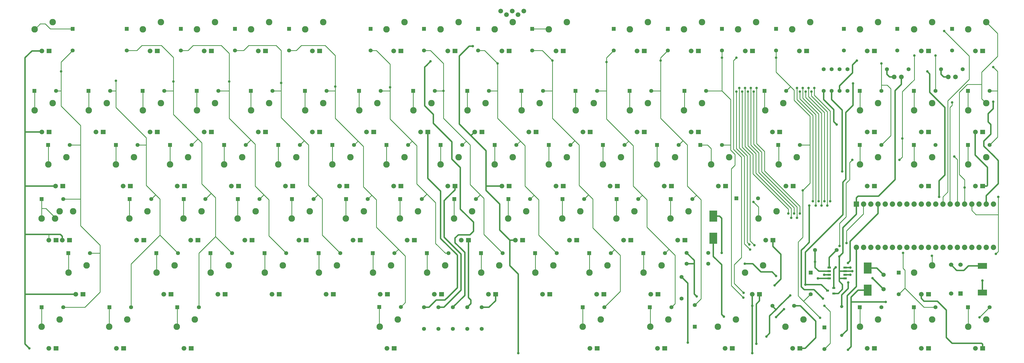
<source format=gbl>
G04 (created by PCBNEW (2013-04-19 BZR 4011)-stable) date 14/07/2013 10:02:36 PM*
%MOIN*%
G04 Gerber Fmt 3.4, Leading zero omitted, Abs format*
%FSLAX34Y34*%
G01*
G70*
G90*
G04 APERTURE LIST*
%ADD10C,0*%
%ADD11C,0.09*%
%ADD12R,0.066X0.059*%
%ADD13C,0.066*%
%ADD14C,0.074*%
%ADD15R,0.074X0.074*%
%ADD16C,0.055*%
%ADD17R,0.055X0.055*%
%ADD18R,0.05X0.025*%
%ADD19R,0.1063X0.1575*%
%ADD20R,0.0394X0.0315*%
%ADD21C,0.06*%
%ADD22R,0.06X0.06*%
%ADD23C,0.0591*%
%ADD24R,0.125984X0.0787402*%
%ADD25C,0.045*%
%ADD26C,0.035*%
%ADD27C,0.01*%
%ADD28C,0.02*%
G04 APERTURE END LIST*
G54D10*
G54D11*
X110072Y-42095D03*
X107572Y-43095D03*
G54D12*
X109572Y-46095D03*
G54D13*
X108572Y-46095D03*
X128260Y-15970D03*
X129260Y-15970D03*
X135760Y-15970D03*
X136760Y-15970D03*
G54D14*
X123010Y-39595D03*
X124010Y-39595D03*
X125010Y-39595D03*
X126010Y-39595D03*
X127010Y-39595D03*
X128010Y-39595D03*
X129010Y-39595D03*
X130010Y-39595D03*
X131010Y-39595D03*
X132010Y-39595D03*
X133010Y-39595D03*
X134010Y-39595D03*
X135010Y-39595D03*
X136010Y-39595D03*
X137010Y-39595D03*
X138010Y-39595D03*
X139010Y-39595D03*
X140010Y-39595D03*
X141010Y-39595D03*
X142010Y-39595D03*
X142010Y-33595D03*
X141010Y-33595D03*
X140010Y-33595D03*
X139010Y-33595D03*
X138010Y-33595D03*
X137010Y-33595D03*
X136010Y-33595D03*
X135010Y-33595D03*
X134010Y-33595D03*
X133010Y-33595D03*
X132010Y-33595D03*
X131010Y-33595D03*
X130010Y-33595D03*
X129010Y-33595D03*
X128010Y-33595D03*
X127010Y-33595D03*
X126010Y-33595D03*
X125010Y-33595D03*
X124010Y-33595D03*
G54D15*
X123010Y-33595D03*
G54D16*
X65100Y-50900D03*
X65100Y-47900D03*
X69100Y-50900D03*
X69100Y-47900D03*
X71100Y-50900D03*
X71100Y-47900D03*
X111400Y-47700D03*
X114400Y-47700D03*
X118500Y-14900D03*
X118500Y-17900D03*
X119600Y-14900D03*
X119600Y-17900D03*
X120700Y-14900D03*
X120700Y-17900D03*
X98800Y-43700D03*
X98800Y-46700D03*
X121800Y-14900D03*
X121800Y-17900D03*
G54D11*
X11635Y-19595D03*
X9135Y-20595D03*
G54D12*
X11135Y-23595D03*
G54D13*
X10135Y-23595D03*
G54D11*
X141010Y-49595D03*
X138510Y-50595D03*
G54D12*
X140510Y-53595D03*
G54D13*
X139510Y-53595D03*
G54D11*
X133510Y-27095D03*
X131010Y-28095D03*
G54D12*
X133010Y-31095D03*
G54D13*
X132010Y-31095D03*
G54D11*
X109135Y-8345D03*
X106635Y-9345D03*
G54D12*
X108635Y-12345D03*
G54D13*
X107635Y-12345D03*
G54D11*
X105385Y-27095D03*
X102885Y-28095D03*
G54D12*
X104885Y-31095D03*
G54D13*
X103885Y-31095D03*
G54D11*
X101635Y-19595D03*
X99135Y-20595D03*
G54D12*
X101135Y-23595D03*
G54D13*
X100135Y-23595D03*
G54D11*
X126010Y-8345D03*
X123510Y-9345D03*
G54D12*
X125510Y-12345D03*
G54D13*
X124510Y-12345D03*
G54D11*
X133510Y-19595D03*
X131010Y-20595D03*
G54D12*
X133010Y-23595D03*
G54D13*
X132010Y-23595D03*
G54D11*
X99760Y-34595D03*
X97260Y-35595D03*
G54D12*
X99260Y-38595D03*
G54D13*
X98260Y-38595D03*
G54D11*
X79135Y-19595D03*
X76635Y-20595D03*
G54D12*
X78635Y-23595D03*
G54D13*
X77635Y-23595D03*
G54D11*
X126010Y-27095D03*
X123510Y-28095D03*
G54D12*
X125510Y-31095D03*
G54D13*
X124510Y-31095D03*
G54D11*
X133510Y-8345D03*
X131010Y-9345D03*
G54D12*
X133010Y-12345D03*
G54D13*
X132010Y-12345D03*
G54D11*
X116635Y-8345D03*
X114135Y-9345D03*
G54D12*
X116135Y-12345D03*
G54D13*
X115135Y-12345D03*
G54D11*
X36010Y-42095D03*
X33510Y-43095D03*
G54D12*
X35510Y-46095D03*
G54D13*
X34510Y-46095D03*
G54D11*
X60385Y-27095D03*
X57885Y-28095D03*
G54D12*
X59885Y-31095D03*
G54D13*
X58885Y-31095D03*
G54D11*
X56635Y-19595D03*
X54135Y-20595D03*
G54D12*
X56135Y-23595D03*
G54D13*
X55135Y-23595D03*
G54D11*
X49135Y-8345D03*
X46635Y-9345D03*
G54D12*
X48635Y-12345D03*
G54D13*
X47635Y-12345D03*
G54D11*
X51010Y-42095D03*
X48510Y-43095D03*
G54D12*
X50510Y-46095D03*
G54D13*
X49510Y-46095D03*
G54D11*
X47260Y-34595D03*
X44760Y-35595D03*
G54D12*
X46760Y-38595D03*
G54D13*
X45760Y-38595D03*
G54D11*
X52885Y-27095D03*
X50385Y-28095D03*
G54D12*
X52385Y-31095D03*
G54D13*
X51385Y-31095D03*
G54D11*
X49135Y-19595D03*
X46635Y-20595D03*
G54D12*
X48635Y-23595D03*
G54D13*
X47635Y-23595D03*
G54D11*
X41635Y-8345D03*
X39135Y-9345D03*
G54D12*
X41135Y-12345D03*
G54D13*
X40135Y-12345D03*
G54D11*
X43510Y-42095D03*
X41010Y-43095D03*
G54D12*
X43010Y-46095D03*
G54D13*
X42010Y-46095D03*
G54D11*
X39760Y-34595D03*
X37260Y-35595D03*
G54D12*
X39260Y-38595D03*
G54D13*
X38260Y-38595D03*
G54D11*
X45385Y-27095D03*
X42885Y-28095D03*
G54D12*
X44885Y-31095D03*
G54D13*
X43885Y-31095D03*
G54D11*
X41635Y-19595D03*
X39135Y-20595D03*
G54D12*
X41135Y-23595D03*
G54D13*
X40135Y-23595D03*
G54D11*
X34135Y-8345D03*
X31635Y-9345D03*
G54D12*
X33635Y-12345D03*
G54D13*
X32635Y-12345D03*
G54D11*
X101635Y-8345D03*
X99135Y-9345D03*
G54D12*
X101135Y-12345D03*
G54D13*
X100135Y-12345D03*
G54D11*
X32260Y-34595D03*
X29760Y-35595D03*
G54D12*
X31760Y-38595D03*
G54D13*
X30760Y-38595D03*
G54D11*
X37885Y-27095D03*
X35385Y-28095D03*
G54D12*
X37385Y-31095D03*
G54D13*
X36385Y-31095D03*
G54D11*
X34135Y-19595D03*
X31635Y-20595D03*
G54D12*
X33635Y-23595D03*
G54D13*
X32635Y-23595D03*
G54D11*
X26635Y-8345D03*
X24135Y-9345D03*
G54D12*
X26135Y-12345D03*
G54D13*
X25135Y-12345D03*
G54D11*
X28510Y-42095D03*
X26010Y-43095D03*
G54D12*
X28010Y-46095D03*
G54D13*
X27010Y-46095D03*
G54D11*
X24760Y-34595D03*
X22260Y-35595D03*
G54D12*
X24260Y-38595D03*
G54D13*
X23260Y-38595D03*
G54D11*
X30385Y-27095D03*
X27885Y-28095D03*
G54D12*
X29885Y-31095D03*
G54D13*
X28885Y-31095D03*
G54D11*
X26635Y-19595D03*
X24135Y-20595D03*
G54D12*
X26135Y-23595D03*
G54D13*
X25135Y-23595D03*
G54D11*
X22885Y-27095D03*
X20385Y-28095D03*
G54D12*
X22385Y-31095D03*
G54D13*
X21385Y-31095D03*
G54D11*
X19135Y-19595D03*
X16635Y-20595D03*
G54D12*
X18635Y-23595D03*
G54D13*
X17635Y-23595D03*
G54D11*
X11635Y-8345D03*
X9135Y-9345D03*
G54D12*
X11135Y-12345D03*
G54D13*
X10135Y-12345D03*
G54D11*
X54760Y-34595D03*
X52260Y-35595D03*
G54D12*
X54260Y-38595D03*
G54D13*
X53260Y-38595D03*
G54D11*
X96010Y-42095D03*
X93510Y-43095D03*
G54D12*
X95510Y-46095D03*
G54D13*
X94510Y-46095D03*
G54D11*
X92260Y-34595D03*
X89760Y-35595D03*
G54D12*
X91760Y-38595D03*
G54D13*
X90760Y-38595D03*
G54D11*
X97885Y-27095D03*
X95385Y-28095D03*
G54D12*
X97385Y-31095D03*
G54D13*
X96385Y-31095D03*
G54D11*
X94135Y-19595D03*
X91635Y-20595D03*
G54D12*
X93635Y-23595D03*
G54D13*
X92635Y-23595D03*
G54D11*
X94135Y-8345D03*
X91635Y-9345D03*
G54D12*
X93635Y-12345D03*
G54D13*
X92635Y-12345D03*
G54D11*
X88510Y-42095D03*
X86010Y-43095D03*
G54D12*
X88010Y-46095D03*
G54D13*
X87010Y-46095D03*
G54D11*
X84760Y-34595D03*
X82260Y-35595D03*
G54D12*
X84260Y-38595D03*
G54D13*
X83260Y-38595D03*
G54D11*
X90385Y-27095D03*
X87885Y-28095D03*
G54D12*
X89885Y-31095D03*
G54D13*
X88885Y-31095D03*
G54D11*
X86635Y-19595D03*
X84135Y-20595D03*
G54D12*
X86135Y-23595D03*
G54D13*
X85135Y-23595D03*
G54D11*
X82885Y-8345D03*
X80385Y-9345D03*
G54D12*
X82385Y-12345D03*
G54D13*
X81385Y-12345D03*
G54D11*
X81010Y-42095D03*
X78510Y-43095D03*
G54D12*
X80510Y-46095D03*
G54D13*
X79510Y-46095D03*
G54D11*
X77260Y-34595D03*
X74760Y-35595D03*
G54D12*
X76760Y-38595D03*
G54D13*
X75760Y-38595D03*
G54D11*
X82885Y-27095D03*
X80385Y-28095D03*
G54D12*
X82385Y-31095D03*
G54D13*
X81385Y-31095D03*
G54D11*
X75385Y-8345D03*
X72885Y-9345D03*
G54D12*
X74885Y-12345D03*
G54D13*
X73885Y-12345D03*
G54D11*
X73510Y-42095D03*
X71010Y-43095D03*
G54D12*
X73010Y-46095D03*
G54D13*
X72010Y-46095D03*
G54D11*
X69760Y-34595D03*
X67260Y-35595D03*
G54D12*
X69260Y-38595D03*
G54D13*
X68260Y-38595D03*
G54D11*
X75385Y-27095D03*
X72885Y-28095D03*
G54D12*
X74885Y-31095D03*
G54D13*
X73885Y-31095D03*
G54D11*
X71635Y-19595D03*
X69135Y-20595D03*
G54D12*
X71135Y-23595D03*
G54D13*
X70135Y-23595D03*
G54D11*
X67885Y-8345D03*
X65385Y-9345D03*
G54D12*
X67385Y-12345D03*
G54D13*
X66385Y-12345D03*
G54D11*
X66010Y-42095D03*
X63510Y-43095D03*
G54D12*
X65510Y-46095D03*
G54D13*
X64510Y-46095D03*
G54D11*
X62260Y-34595D03*
X59760Y-35595D03*
G54D12*
X61760Y-38595D03*
G54D13*
X60760Y-38595D03*
G54D11*
X67885Y-27095D03*
X65385Y-28095D03*
G54D12*
X67385Y-31095D03*
G54D13*
X66385Y-31095D03*
G54D11*
X64135Y-19595D03*
X61635Y-20595D03*
G54D12*
X63635Y-23595D03*
G54D13*
X62635Y-23595D03*
G54D11*
X60385Y-8345D03*
X57885Y-9345D03*
G54D12*
X59885Y-12345D03*
G54D13*
X58885Y-12345D03*
G54D11*
X58510Y-42095D03*
X56010Y-43095D03*
G54D12*
X58010Y-46095D03*
G54D13*
X57010Y-46095D03*
G54D11*
X133510Y-49595D03*
X131010Y-50595D03*
G54D12*
X133010Y-53595D03*
G54D13*
X132010Y-53595D03*
G54D11*
X133510Y-42095D03*
X131010Y-43095D03*
G54D12*
X133010Y-46095D03*
G54D13*
X132010Y-46095D03*
G54D11*
X126010Y-49595D03*
X123510Y-50595D03*
G54D12*
X125510Y-53595D03*
G54D13*
X124510Y-53595D03*
G54D11*
X126010Y-19595D03*
X123510Y-20595D03*
G54D12*
X125510Y-23595D03*
G54D13*
X124510Y-23595D03*
G54D11*
X141010Y-8345D03*
X138510Y-9345D03*
G54D12*
X140510Y-12345D03*
G54D13*
X139510Y-12345D03*
G54D11*
X141010Y-19595D03*
X138510Y-20595D03*
G54D12*
X140510Y-23595D03*
G54D13*
X139510Y-23595D03*
G54D11*
X141010Y-27095D03*
X138510Y-28095D03*
G54D12*
X140510Y-31095D03*
G54D13*
X139510Y-31095D03*
G54D11*
X114760Y-27095D03*
X112260Y-28095D03*
G54D12*
X114260Y-31095D03*
G54D13*
X113260Y-31095D03*
G54D11*
X13510Y-27095D03*
X11010Y-28095D03*
G54D12*
X13010Y-31095D03*
G54D13*
X12010Y-31095D03*
G54D11*
X31322Y-49595D03*
X28822Y-50595D03*
G54D12*
X30822Y-53595D03*
G54D13*
X29822Y-53595D03*
G54D11*
X21947Y-49595D03*
X19447Y-50595D03*
G54D12*
X21447Y-53595D03*
G54D13*
X20447Y-53595D03*
G54D11*
X12572Y-49595D03*
X10072Y-50595D03*
G54D12*
X12072Y-53595D03*
G54D13*
X11072Y-53595D03*
G54D11*
X106322Y-49595D03*
X103822Y-50595D03*
G54D12*
X105822Y-53595D03*
G54D13*
X104822Y-53595D03*
G54D11*
X115697Y-49595D03*
X113197Y-50595D03*
G54D12*
X115197Y-53595D03*
G54D13*
X114197Y-53595D03*
G54D11*
X96947Y-49595D03*
X94447Y-50595D03*
G54D12*
X96447Y-53595D03*
G54D13*
X95447Y-53595D03*
G54D11*
X87572Y-49595D03*
X85072Y-50595D03*
G54D12*
X87072Y-53595D03*
G54D13*
X86072Y-53595D03*
G54D11*
X59447Y-49595D03*
X56947Y-50595D03*
G54D12*
X58947Y-53595D03*
G54D13*
X57947Y-53595D03*
G54D11*
X111947Y-34595D03*
X109447Y-35595D03*
G54D12*
X111447Y-38595D03*
G54D13*
X110447Y-38595D03*
G54D11*
X16322Y-42095D03*
X13822Y-43095D03*
G54D12*
X15822Y-46095D03*
G54D13*
X14822Y-46095D03*
X12947Y-38595D03*
G54D12*
X13947Y-38595D03*
G54D11*
X11947Y-35595D03*
X14447Y-34595D03*
X12572Y-34595D03*
X10072Y-35595D03*
G54D12*
X12072Y-38595D03*
G54D13*
X11072Y-38595D03*
G54D11*
X112885Y-19595D03*
X110385Y-20595D03*
G54D12*
X112385Y-23595D03*
G54D13*
X111385Y-23595D03*
G54D17*
X65400Y-25400D03*
G54D16*
X68400Y-25400D03*
G54D17*
X76600Y-17900D03*
G54D16*
X79600Y-17900D03*
G54D17*
X70600Y-9300D03*
G54D16*
X70600Y-12300D03*
G54D17*
X71000Y-40400D03*
G54D16*
X74000Y-40400D03*
G54D17*
X67300Y-32900D03*
G54D16*
X70300Y-32900D03*
G54D17*
X72900Y-25400D03*
G54D16*
X75900Y-25400D03*
G54D17*
X69100Y-17900D03*
G54D16*
X72100Y-17900D03*
G54D17*
X63100Y-9300D03*
G54D16*
X63100Y-12300D03*
G54D17*
X111900Y-9300D03*
G54D16*
X111900Y-12300D03*
G54D17*
X63500Y-40400D03*
G54D16*
X66500Y-40400D03*
G54D17*
X59800Y-32900D03*
G54D16*
X62800Y-32900D03*
G54D17*
X123500Y-17900D03*
G54D16*
X126500Y-17900D03*
G54D17*
X80400Y-25400D03*
G54D16*
X83400Y-25400D03*
G54D17*
X61600Y-17900D03*
G54D16*
X64600Y-17900D03*
G54D17*
X123500Y-25400D03*
G54D16*
X126500Y-25400D03*
G54D17*
X55700Y-9300D03*
G54D16*
X55700Y-12300D03*
G54D17*
X56000Y-40400D03*
G54D16*
X59000Y-40400D03*
G54D17*
X57900Y-25400D03*
G54D16*
X60900Y-25400D03*
G54D17*
X121300Y-9300D03*
G54D16*
X121300Y-12300D03*
G54D17*
X54100Y-17900D03*
G54D16*
X57100Y-17900D03*
G54D17*
X44400Y-9300D03*
G54D16*
X44400Y-12300D03*
G54D17*
X131000Y-17900D03*
G54D16*
X134000Y-17900D03*
G54D17*
X86000Y-40400D03*
G54D16*
X89000Y-40400D03*
G54D17*
X99200Y-17900D03*
G54D16*
X102200Y-17900D03*
G54D17*
X96900Y-9300D03*
G54D16*
X96900Y-12300D03*
G54D17*
X56885Y-47845D03*
G54D16*
X59885Y-47845D03*
G54D17*
X93500Y-40400D03*
G54D16*
X96500Y-40400D03*
G54D17*
X101400Y-25400D03*
G54D16*
X104400Y-25400D03*
G54D17*
X89800Y-32900D03*
G54D16*
X92800Y-32900D03*
G54D17*
X95400Y-25400D03*
G54D16*
X98400Y-25400D03*
G54D17*
X97300Y-32900D03*
G54D16*
X100300Y-32900D03*
G54D17*
X91600Y-17900D03*
G54D16*
X94600Y-17900D03*
G54D17*
X89400Y-9300D03*
G54D16*
X89400Y-12300D03*
G54D17*
X14400Y-9300D03*
G54D16*
X14400Y-12300D03*
G54D17*
X82300Y-32900D03*
G54D16*
X85300Y-32900D03*
G54D17*
X104400Y-9300D03*
G54D16*
X104400Y-12300D03*
G54D17*
X87900Y-25400D03*
G54D16*
X90900Y-25400D03*
G54D17*
X84100Y-17900D03*
G54D16*
X87100Y-17900D03*
G54D17*
X110300Y-17900D03*
G54D16*
X113300Y-17900D03*
G54D17*
X78100Y-9300D03*
G54D16*
X78100Y-12300D03*
G54D17*
X78500Y-40400D03*
G54D16*
X81500Y-40400D03*
G54D17*
X112200Y-25400D03*
G54D16*
X115200Y-25400D03*
G54D17*
X74800Y-32900D03*
G54D16*
X77800Y-32900D03*
G54D17*
X52300Y-32900D03*
G54D16*
X55300Y-32900D03*
G54D17*
X26000Y-40400D03*
G54D16*
X29000Y-40400D03*
G54D17*
X29400Y-9300D03*
G54D16*
X29400Y-12300D03*
G54D17*
X28900Y-47900D03*
G54D16*
X31900Y-47900D03*
G54D17*
X33500Y-40400D03*
G54D16*
X36500Y-40400D03*
G54D17*
X29800Y-32900D03*
G54D16*
X32800Y-32900D03*
G54D17*
X48500Y-40400D03*
G54D16*
X51500Y-40400D03*
G54D17*
X31600Y-17900D03*
G54D16*
X34600Y-17900D03*
G54D17*
X94400Y-47900D03*
G54D16*
X97400Y-47900D03*
G54D17*
X21900Y-9300D03*
G54D16*
X21900Y-12300D03*
G54D17*
X19500Y-47900D03*
G54D16*
X22500Y-47900D03*
G54D17*
X35400Y-25400D03*
G54D16*
X38400Y-25400D03*
G54D17*
X22300Y-32900D03*
G54D16*
X25300Y-32900D03*
G54D17*
X11000Y-25400D03*
G54D16*
X14000Y-25400D03*
G54D17*
X27900Y-25400D03*
G54D16*
X30900Y-25400D03*
G54D17*
X24100Y-17900D03*
G54D16*
X27100Y-17900D03*
G54D17*
X9100Y-17900D03*
G54D16*
X12100Y-17900D03*
G54D17*
X10100Y-47900D03*
G54D16*
X13100Y-47900D03*
G54D17*
X13800Y-40400D03*
G54D16*
X16800Y-40400D03*
G54D17*
X10100Y-32900D03*
G54D16*
X13100Y-32900D03*
G54D17*
X20400Y-25400D03*
G54D16*
X23400Y-25400D03*
G54D17*
X16600Y-17900D03*
G54D16*
X19600Y-17900D03*
G54D17*
X85100Y-47900D03*
G54D16*
X88100Y-47900D03*
G54D17*
X46600Y-17900D03*
G54D16*
X49600Y-17900D03*
G54D17*
X50400Y-25400D03*
G54D16*
X53400Y-25400D03*
G54D17*
X36900Y-9300D03*
G54D16*
X36900Y-12300D03*
G54D17*
X131000Y-25400D03*
G54D16*
X134000Y-25400D03*
G54D17*
X41000Y-40400D03*
G54D16*
X44000Y-40400D03*
G54D17*
X37300Y-32900D03*
G54D16*
X40300Y-32900D03*
G54D17*
X44800Y-32900D03*
G54D16*
X47800Y-32900D03*
G54D17*
X42900Y-25400D03*
G54D16*
X45900Y-25400D03*
G54D17*
X128700Y-9300D03*
G54D16*
X128700Y-12300D03*
G54D17*
X39100Y-17900D03*
G54D16*
X42100Y-17900D03*
G54D17*
X106400Y-32800D03*
G54D16*
X109400Y-32800D03*
G54D17*
X116700Y-43100D03*
G54D16*
X116700Y-46100D03*
G54D17*
X118600Y-50700D03*
G54D16*
X118600Y-53700D03*
G54D17*
X123500Y-47900D03*
G54D16*
X126500Y-47900D03*
G54D17*
X100635Y-50595D03*
G54D16*
X100635Y-47595D03*
G54D17*
X128885Y-43095D03*
G54D16*
X128885Y-46095D03*
G54D17*
X131000Y-47900D03*
G54D16*
X134000Y-47900D03*
G54D17*
X136300Y-9300D03*
G54D16*
X136300Y-12300D03*
G54D17*
X138500Y-17900D03*
G54D16*
X141500Y-17900D03*
G54D17*
X138500Y-25400D03*
G54D16*
X141500Y-25400D03*
G54D17*
X138500Y-47900D03*
G54D16*
X141500Y-47900D03*
G54D13*
X73720Y-6820D03*
X74520Y-7320D03*
X75320Y-6820D03*
X76120Y-7320D03*
X76920Y-6820D03*
G54D18*
X121450Y-42400D03*
X121450Y-42900D03*
X121450Y-43400D03*
X121450Y-43900D03*
X119250Y-43900D03*
X119250Y-43400D03*
X119250Y-42900D03*
X119250Y-42400D03*
G54D19*
X124600Y-42469D03*
X124600Y-45531D03*
G54D20*
X119017Y-45600D03*
X119883Y-45975D03*
X119883Y-45225D03*
G54D21*
X136150Y-46000D03*
X136150Y-42000D03*
G54D16*
X117300Y-39950D03*
X120300Y-39950D03*
X102500Y-41850D03*
X99500Y-41850D03*
X99500Y-40350D03*
X102500Y-40350D03*
G54D22*
X137450Y-46000D03*
G54D21*
X137450Y-42000D03*
G54D23*
X126800Y-45400D03*
X126800Y-43400D03*
G54D19*
X103200Y-35269D03*
X103200Y-38331D03*
G54D24*
X140500Y-45850D03*
X140500Y-42149D03*
G54D16*
X127250Y-14900D03*
X130250Y-14900D03*
X134750Y-14900D03*
X137750Y-14900D03*
X63100Y-50900D03*
X63100Y-47900D03*
X67100Y-50900D03*
X67100Y-47900D03*
G54D25*
X121000Y-47800D03*
X121000Y-51800D03*
G54D26*
X115200Y-34900D03*
X12800Y-15200D03*
X109200Y-17500D03*
X114800Y-35500D03*
X108800Y-18000D03*
X20400Y-16500D03*
X117800Y-33200D03*
X88400Y-13900D03*
X115600Y-17500D03*
X118200Y-33800D03*
X95900Y-13700D03*
X116000Y-18000D03*
X118600Y-33200D03*
X116400Y-17500D03*
X104400Y-13300D03*
X118600Y-47700D03*
X107350Y-46550D03*
X119000Y-33800D03*
X118000Y-49350D03*
X140100Y-49300D03*
X115600Y-31700D03*
X111900Y-13300D03*
X116800Y-18000D03*
X119400Y-33200D03*
X107400Y-45900D03*
X106400Y-13300D03*
X126500Y-14100D03*
X142000Y-14600D03*
X117200Y-17500D03*
X131050Y-13000D03*
X129000Y-27450D03*
X122450Y-27450D03*
X120700Y-39400D03*
X129500Y-40350D03*
X134000Y-13000D03*
X129400Y-24500D03*
X28350Y-16600D03*
X114400Y-34900D03*
X108400Y-17500D03*
X36100Y-16600D03*
X114000Y-35500D03*
X108000Y-18000D03*
X113600Y-34900D03*
X107600Y-17500D03*
X43300Y-16800D03*
X50800Y-17300D03*
X108900Y-39300D03*
X107200Y-18000D03*
X106800Y-17500D03*
X108200Y-39200D03*
X58400Y-17400D03*
X121650Y-39000D03*
X65800Y-17900D03*
X106400Y-18000D03*
X108300Y-39900D03*
X114800Y-17500D03*
X73300Y-14100D03*
X117000Y-33200D03*
X117400Y-33800D03*
X80900Y-13700D03*
X115200Y-18000D03*
X120650Y-40850D03*
X122450Y-42900D03*
X104350Y-40350D03*
X134500Y-32600D03*
X132850Y-15200D03*
X142000Y-19400D03*
X108600Y-47700D03*
X100900Y-46400D03*
X76150Y-54250D03*
X108600Y-54250D03*
X121850Y-53800D03*
X8400Y-53600D03*
X69850Y-11700D03*
X127100Y-47150D03*
X64000Y-13800D03*
X120300Y-22550D03*
X121050Y-29050D03*
X123100Y-13700D03*
X121850Y-41750D03*
X120150Y-42350D03*
X135200Y-9600D03*
X136300Y-19500D03*
X136600Y-27000D03*
X138010Y-31300D03*
X142350Y-40500D03*
X133500Y-40750D03*
X142700Y-32600D03*
X109150Y-52950D03*
X118550Y-43400D03*
X121900Y-44450D03*
X111900Y-49250D03*
X113000Y-48150D03*
X104650Y-49200D03*
X125250Y-43850D03*
X122200Y-43400D03*
X111700Y-44850D03*
X107550Y-41850D03*
X111900Y-43550D03*
X117700Y-43900D03*
X122200Y-42400D03*
X140500Y-44200D03*
X117300Y-41600D03*
X122550Y-16850D03*
X113850Y-46250D03*
X115950Y-44750D03*
X110550Y-51950D03*
X99650Y-52800D03*
X108750Y-33300D03*
X116500Y-33800D03*
X118400Y-46700D03*
G54D27*
X14000Y-25400D02*
X15500Y-25400D01*
X13100Y-32900D02*
X15500Y-32900D01*
X15500Y-22700D02*
X15500Y-25400D01*
X15500Y-25400D02*
X15500Y-32900D01*
X15500Y-32900D02*
X15500Y-36600D01*
X18200Y-40400D02*
X18200Y-39300D01*
X15500Y-22700D02*
X14800Y-22000D01*
X18200Y-39300D02*
X15500Y-36600D01*
X12100Y-17900D02*
X12800Y-17900D01*
X12800Y-15200D02*
X12800Y-17900D01*
X12800Y-17900D02*
X12800Y-20000D01*
X12800Y-20000D02*
X14800Y-22000D01*
X16100Y-47900D02*
X18200Y-45800D01*
X16800Y-40400D02*
X18200Y-40400D01*
X13100Y-47900D02*
X16100Y-47900D01*
X18200Y-45800D02*
X18200Y-40400D01*
X115200Y-33900D02*
X110300Y-29000D01*
X110300Y-29000D02*
X110300Y-26300D01*
X109200Y-17500D02*
X109200Y-25200D01*
X109200Y-25200D02*
X110300Y-26300D01*
X115200Y-34900D02*
X115200Y-33900D01*
X12800Y-15200D02*
X12800Y-13900D01*
X12800Y-13900D02*
X14400Y-12300D01*
X25900Y-32300D02*
X25300Y-32900D01*
X26500Y-37900D02*
X22500Y-41900D01*
X22500Y-41900D02*
X22500Y-47900D01*
X24600Y-25400D02*
X24600Y-31000D01*
X26500Y-37900D02*
X29000Y-40400D01*
X26500Y-32900D02*
X26500Y-37900D01*
X24600Y-31000D02*
X25900Y-32300D01*
X25900Y-32300D02*
X26500Y-32900D01*
X23400Y-25400D02*
X24600Y-25400D01*
X24600Y-25400D02*
X24600Y-24400D01*
X24600Y-24400D02*
X20400Y-20200D01*
X20400Y-17900D02*
X20400Y-20200D01*
X20400Y-17900D02*
X20400Y-16500D01*
X114800Y-34000D02*
X109900Y-29100D01*
X109900Y-29100D02*
X109900Y-26400D01*
X108800Y-25300D02*
X109900Y-26400D01*
X108800Y-18000D02*
X108800Y-25300D01*
X114800Y-35500D02*
X114800Y-34000D01*
X19600Y-17900D02*
X20400Y-17900D01*
X117800Y-21100D02*
X117800Y-33200D01*
X97050Y-39850D02*
X96500Y-40400D01*
X93350Y-32350D02*
X92800Y-32900D01*
X91450Y-24850D02*
X90900Y-25400D01*
X87100Y-17900D02*
X88400Y-17900D01*
X89400Y-12300D02*
X88400Y-13300D01*
X97900Y-47400D02*
X97400Y-47900D01*
X97900Y-40700D02*
X97900Y-47400D01*
X94000Y-36800D02*
X97050Y-39850D01*
X97050Y-39850D02*
X97900Y-40700D01*
X94000Y-33000D02*
X94000Y-36800D01*
X92100Y-31100D02*
X93350Y-32350D01*
X93350Y-32350D02*
X94000Y-33000D01*
X92100Y-25500D02*
X92100Y-31100D01*
X88400Y-21800D02*
X91450Y-24850D01*
X91450Y-24850D02*
X92100Y-25500D01*
X88400Y-13300D02*
X88400Y-13900D01*
X88400Y-13900D02*
X88400Y-17900D01*
X88400Y-17900D02*
X88400Y-21800D01*
X115600Y-18900D02*
X117800Y-21100D01*
X115600Y-17500D02*
X115600Y-18900D01*
X118200Y-21000D02*
X118200Y-33800D01*
X100850Y-32350D02*
X100300Y-32900D01*
X99000Y-24800D02*
X98400Y-25400D01*
X94600Y-17900D02*
X95900Y-17900D01*
X116000Y-18800D02*
X118200Y-21000D01*
X116000Y-18000D02*
X116000Y-18800D01*
X96900Y-12300D02*
X95900Y-13300D01*
X101500Y-46730D02*
X100635Y-47595D01*
X101500Y-33000D02*
X101500Y-46730D01*
X99600Y-31100D02*
X100850Y-32350D01*
X100850Y-32350D02*
X101500Y-33000D01*
X99600Y-25400D02*
X99600Y-31100D01*
X95900Y-21700D02*
X99000Y-24800D01*
X99000Y-24800D02*
X99600Y-25400D01*
X95900Y-13300D02*
X95900Y-13700D01*
X95900Y-13700D02*
X95900Y-17900D01*
X95900Y-17900D02*
X95900Y-21700D01*
X118600Y-20900D02*
X118600Y-33200D01*
X116400Y-17500D02*
X116400Y-18700D01*
X116400Y-18700D02*
X118600Y-20900D01*
X118850Y-47950D02*
X118750Y-47850D01*
X118600Y-47700D02*
X118850Y-47950D01*
X118750Y-47850D02*
X118900Y-48000D01*
X104400Y-25400D02*
X105600Y-25400D01*
X102200Y-17900D02*
X104400Y-17900D01*
X105600Y-25400D02*
X105600Y-19100D01*
X119400Y-48500D02*
X118900Y-48000D01*
X118900Y-48000D02*
X118750Y-47850D01*
X119400Y-52900D02*
X119400Y-48500D01*
X118600Y-53700D02*
X119400Y-52900D01*
X107350Y-46550D02*
X105700Y-44900D01*
X105700Y-44900D02*
X105700Y-28700D01*
X105700Y-28700D02*
X106200Y-28200D01*
X106200Y-28200D02*
X106200Y-26700D01*
X105600Y-26100D02*
X105600Y-25400D01*
X106200Y-26700D02*
X105600Y-26100D01*
X105600Y-19100D02*
X104400Y-17900D01*
X104400Y-13300D02*
X104400Y-12300D01*
X104400Y-17900D02*
X104400Y-13300D01*
X116700Y-46100D02*
X116650Y-46100D01*
X116650Y-46100D02*
X115700Y-47050D01*
X115200Y-38600D02*
X114950Y-38850D01*
X114950Y-46300D02*
X115200Y-46550D01*
X114950Y-38850D02*
X114950Y-46300D01*
X119000Y-20800D02*
X119000Y-33800D01*
X118000Y-49350D02*
X117800Y-49150D01*
X115600Y-46950D02*
X115200Y-46550D01*
X115600Y-46950D02*
X115700Y-47050D01*
X115700Y-47050D02*
X117800Y-49150D01*
X141500Y-47900D02*
X140100Y-49300D01*
X115200Y-38600D02*
X115600Y-38200D01*
X115200Y-25400D02*
X116600Y-25400D01*
X113900Y-17300D02*
X113300Y-17900D01*
X113900Y-17300D02*
X114400Y-17800D01*
X116600Y-25400D02*
X116600Y-30700D01*
X116600Y-30700D02*
X115600Y-31700D01*
X116600Y-21400D02*
X116600Y-25400D01*
X114400Y-19200D02*
X116600Y-21400D01*
X114400Y-17800D02*
X114400Y-19200D01*
X115600Y-31700D02*
X115600Y-38200D01*
X116800Y-18000D02*
X116800Y-18600D01*
X116800Y-18600D02*
X119000Y-20800D01*
X113900Y-17300D02*
X111900Y-15300D01*
X111900Y-12300D02*
X111900Y-13300D01*
X111900Y-13300D02*
X111900Y-15300D01*
X119400Y-20700D02*
X119400Y-33200D01*
X142600Y-24300D02*
X142600Y-17900D01*
X142600Y-24300D02*
X141500Y-25400D01*
X141500Y-17900D02*
X142600Y-17900D01*
X107400Y-45900D02*
X106100Y-44600D01*
X106100Y-42000D02*
X107100Y-41000D01*
X107100Y-41000D02*
X107100Y-27100D01*
X107100Y-27100D02*
X106000Y-26000D01*
X106000Y-26000D02*
X106000Y-13700D01*
X106000Y-13700D02*
X106400Y-13300D01*
X106100Y-44600D02*
X106100Y-42000D01*
X126500Y-25400D02*
X127800Y-24100D01*
X127300Y-17100D02*
X126500Y-17100D01*
X127800Y-17600D02*
X127300Y-17100D01*
X127800Y-24100D02*
X127800Y-17600D01*
X126500Y-17900D02*
X126500Y-17100D01*
X126500Y-17100D02*
X126500Y-14100D01*
X142000Y-14600D02*
X142600Y-15200D01*
X142600Y-15200D02*
X142600Y-17900D01*
X117200Y-17500D02*
X117200Y-18500D01*
X117200Y-18500D02*
X119400Y-20700D01*
X131050Y-13000D02*
X131050Y-15500D01*
X129400Y-18000D02*
X129400Y-24500D01*
X130700Y-16700D02*
X131050Y-16350D01*
X131050Y-16350D02*
X131050Y-15500D01*
X129400Y-18000D02*
X130700Y-16700D01*
X129500Y-40750D02*
X129500Y-42500D01*
X129500Y-42500D02*
X129750Y-42750D01*
X120700Y-36250D02*
X120700Y-39400D01*
X129000Y-27450D02*
X129400Y-27050D01*
X129400Y-27050D02*
X129400Y-27000D01*
X122075Y-30225D02*
X122075Y-27825D01*
X122075Y-27825D02*
X122450Y-27450D01*
X121900Y-30400D02*
X122075Y-30225D01*
X129400Y-24500D02*
X129400Y-27000D01*
X121700Y-30600D02*
X121900Y-30400D01*
X121700Y-30600D02*
X121600Y-30700D01*
X121600Y-32500D02*
X121600Y-30700D01*
X121600Y-32500D02*
X121600Y-34100D01*
X121600Y-34100D02*
X121600Y-35200D01*
X121600Y-35200D02*
X121600Y-35350D01*
X121000Y-35950D02*
X121600Y-35350D01*
X120700Y-36250D02*
X121000Y-35950D01*
X129750Y-45250D02*
X129750Y-42750D01*
X129500Y-40750D02*
X129500Y-40350D01*
X129750Y-45250D02*
X132400Y-47900D01*
X132400Y-47900D02*
X134000Y-47900D01*
X134000Y-17900D02*
X134000Y-13000D01*
X129750Y-45250D02*
X129730Y-45250D01*
X129730Y-45250D02*
X128885Y-46095D01*
X34200Y-38100D02*
X34200Y-32700D01*
X34200Y-32700D02*
X33600Y-32100D01*
X31900Y-40400D02*
X34200Y-38100D01*
X34200Y-38100D02*
X36500Y-40400D01*
X33600Y-32100D02*
X32800Y-32900D01*
X30900Y-25400D02*
X31750Y-24550D01*
X31750Y-24550D02*
X31700Y-24500D01*
X27100Y-17900D02*
X28350Y-17900D01*
X28350Y-13250D02*
X28350Y-16600D01*
X26700Y-11600D02*
X28350Y-13250D01*
X24000Y-11600D02*
X26700Y-11600D01*
X23300Y-12300D02*
X24000Y-11600D01*
X21900Y-12300D02*
X23300Y-12300D01*
X28350Y-16600D02*
X28350Y-17900D01*
X28350Y-17900D02*
X28350Y-21150D01*
X31900Y-40400D02*
X31900Y-47900D01*
X32300Y-30800D02*
X33600Y-32100D01*
X31700Y-24500D02*
X32300Y-25100D01*
X32300Y-25100D02*
X32300Y-30800D01*
X28350Y-21150D02*
X31700Y-24500D01*
X114400Y-34100D02*
X109500Y-29200D01*
X109500Y-29200D02*
X109500Y-26500D01*
X108400Y-25400D02*
X109500Y-26500D01*
X108400Y-17500D02*
X108400Y-25400D01*
X114400Y-34900D02*
X114400Y-34100D01*
X40900Y-32300D02*
X40300Y-32900D01*
X39100Y-24700D02*
X38400Y-25400D01*
X34600Y-17900D02*
X36100Y-17900D01*
X29400Y-12300D02*
X30400Y-12300D01*
X30400Y-12300D02*
X31100Y-11600D01*
X31100Y-11600D02*
X35000Y-11600D01*
X35000Y-11600D02*
X36100Y-12700D01*
X36100Y-12700D02*
X36100Y-16600D01*
X41600Y-38000D02*
X44000Y-40400D01*
X36100Y-16600D02*
X36100Y-17900D01*
X36100Y-17900D02*
X36100Y-21700D01*
X36100Y-21700D02*
X39100Y-24700D01*
X39100Y-24700D02*
X39700Y-25300D01*
X39700Y-25300D02*
X39700Y-31100D01*
X39700Y-31100D02*
X40900Y-32300D01*
X40900Y-32300D02*
X41600Y-33000D01*
X41600Y-33000D02*
X41600Y-38000D01*
X114000Y-34200D02*
X109100Y-29300D01*
X109100Y-29300D02*
X109100Y-26600D01*
X108000Y-25500D02*
X109100Y-26600D01*
X108000Y-18000D02*
X108000Y-25500D01*
X114000Y-35500D02*
X114000Y-34200D01*
X48400Y-32300D02*
X47800Y-32900D01*
X46500Y-24800D02*
X45900Y-25400D01*
X42100Y-17900D02*
X43300Y-17900D01*
X108700Y-29400D02*
X113600Y-34300D01*
X113600Y-34300D02*
X113600Y-34900D01*
X108700Y-29400D02*
X108700Y-26700D01*
X107600Y-25600D02*
X108700Y-26700D01*
X107600Y-17500D02*
X107600Y-25600D01*
X36900Y-12300D02*
X38100Y-12300D01*
X38100Y-12300D02*
X38800Y-11600D01*
X38800Y-11600D02*
X42600Y-11600D01*
X42600Y-11600D02*
X43300Y-12300D01*
X43300Y-12300D02*
X43300Y-16800D01*
X49000Y-37900D02*
X51500Y-40400D01*
X43300Y-16800D02*
X43300Y-17900D01*
X43300Y-17900D02*
X43300Y-21600D01*
X43300Y-21600D02*
X46500Y-24800D01*
X46500Y-24800D02*
X47100Y-25400D01*
X47100Y-25400D02*
X47100Y-31000D01*
X47100Y-31000D02*
X48400Y-32300D01*
X48400Y-32300D02*
X49000Y-32900D01*
X49000Y-32900D02*
X49000Y-37900D01*
X59550Y-39850D02*
X59000Y-40400D01*
X56500Y-36800D02*
X59550Y-39850D01*
X59550Y-39850D02*
X59900Y-40200D01*
X60500Y-47230D02*
X59885Y-47845D01*
X60500Y-40800D02*
X60500Y-47230D01*
X59900Y-40200D02*
X60500Y-40800D01*
X55850Y-32350D02*
X55300Y-32900D01*
X53950Y-24850D02*
X53400Y-25400D01*
X49600Y-17900D02*
X50800Y-17900D01*
X44400Y-12300D02*
X45400Y-12300D01*
X45400Y-12300D02*
X46100Y-11600D01*
X46100Y-11600D02*
X49400Y-11600D01*
X49400Y-11600D02*
X50800Y-13000D01*
X50800Y-13000D02*
X50800Y-17300D01*
X50800Y-17300D02*
X50800Y-17900D01*
X50800Y-17900D02*
X50800Y-21700D01*
X50800Y-21700D02*
X53950Y-24850D01*
X53950Y-24850D02*
X54700Y-25600D01*
X54700Y-25600D02*
X54700Y-31200D01*
X54700Y-31200D02*
X55850Y-32350D01*
X55850Y-32350D02*
X56500Y-33000D01*
X56500Y-33000D02*
X56500Y-36800D01*
X108300Y-38700D02*
X108900Y-39300D01*
X107200Y-18000D02*
X107200Y-25700D01*
X108300Y-26800D02*
X108300Y-38700D01*
X107200Y-25700D02*
X108300Y-26800D01*
X66500Y-40400D02*
X66050Y-40400D01*
X64700Y-39050D02*
X64700Y-33400D01*
X66050Y-40400D02*
X64700Y-39050D01*
X64700Y-33400D02*
X63500Y-32200D01*
X106800Y-17500D02*
X106800Y-25800D01*
X106800Y-25800D02*
X107900Y-26900D01*
X107900Y-38900D02*
X107900Y-26900D01*
X107900Y-38900D02*
X108200Y-39200D01*
X57100Y-17900D02*
X58400Y-17900D01*
X56500Y-12300D02*
X58400Y-14200D01*
X55700Y-12300D02*
X56500Y-12300D01*
X63500Y-32200D02*
X62800Y-32900D01*
X63500Y-32200D02*
X62100Y-30800D01*
X58400Y-14200D02*
X58400Y-17400D01*
X58400Y-17400D02*
X58400Y-17900D01*
X58400Y-17900D02*
X58400Y-21800D01*
X58400Y-21800D02*
X61450Y-24850D01*
X61450Y-24850D02*
X60900Y-25400D01*
X62100Y-25500D02*
X62100Y-30800D01*
X61450Y-24850D02*
X62100Y-25500D01*
X64600Y-17900D02*
X65800Y-17900D01*
X121650Y-39000D02*
X121650Y-37300D01*
X124010Y-33595D02*
X124000Y-33605D01*
X124000Y-34950D02*
X124000Y-33605D01*
X121900Y-37050D02*
X124000Y-34950D01*
X106400Y-25900D02*
X107500Y-27000D01*
X106400Y-18000D02*
X106400Y-25900D01*
X107500Y-39100D02*
X107500Y-27000D01*
X107500Y-39100D02*
X108300Y-39900D01*
X121650Y-37300D02*
X121900Y-37050D01*
X71400Y-32800D02*
X71400Y-37800D01*
X71400Y-37800D02*
X74000Y-40400D01*
X70900Y-32300D02*
X70300Y-32900D01*
X68950Y-24850D02*
X68400Y-25400D01*
X68950Y-24850D02*
X69500Y-25400D01*
X65800Y-17900D02*
X65800Y-21700D01*
X65800Y-21700D02*
X68950Y-24850D01*
X69500Y-30900D02*
X70900Y-32300D01*
X70900Y-32300D02*
X71400Y-32800D01*
X69500Y-25400D02*
X69500Y-30900D01*
X63100Y-12300D02*
X64000Y-12300D01*
X64000Y-12300D02*
X65800Y-14100D01*
X65800Y-14100D02*
X65800Y-17900D01*
X117000Y-21300D02*
X117000Y-33200D01*
X114800Y-19100D02*
X117000Y-21300D01*
X114800Y-17500D02*
X114800Y-19100D01*
X78350Y-32350D02*
X77800Y-32900D01*
X76450Y-24850D02*
X75900Y-25400D01*
X72100Y-17900D02*
X73300Y-17900D01*
X70600Y-12300D02*
X71500Y-12300D01*
X71500Y-12300D02*
X73300Y-14100D01*
X79000Y-37900D02*
X81500Y-40400D01*
X73300Y-14100D02*
X73300Y-17900D01*
X73300Y-17900D02*
X73300Y-21700D01*
X73300Y-21700D02*
X76450Y-24850D01*
X76450Y-24850D02*
X77100Y-25500D01*
X77100Y-25500D02*
X77100Y-31100D01*
X77100Y-31100D02*
X78350Y-32350D01*
X78350Y-32350D02*
X79000Y-33000D01*
X79000Y-33000D02*
X79000Y-37900D01*
X117400Y-21200D02*
X117400Y-33800D01*
X89500Y-39900D02*
X89000Y-40400D01*
X85900Y-32300D02*
X85300Y-32900D01*
X84000Y-24800D02*
X83400Y-25400D01*
X79600Y-17900D02*
X80900Y-17900D01*
X80900Y-13700D02*
X80900Y-17900D01*
X80900Y-17900D02*
X80900Y-21700D01*
X80900Y-21700D02*
X84000Y-24800D01*
X84000Y-24800D02*
X84600Y-25400D01*
X84600Y-25400D02*
X84600Y-31000D01*
X84600Y-31000D02*
X85900Y-32300D01*
X85900Y-32300D02*
X86500Y-32900D01*
X90300Y-40700D02*
X90300Y-45700D01*
X90300Y-45700D02*
X88100Y-47900D01*
X86500Y-36900D02*
X89500Y-39900D01*
X89500Y-39900D02*
X90300Y-40700D01*
X86500Y-32900D02*
X86500Y-36900D01*
X78100Y-12300D02*
X79500Y-12300D01*
X79500Y-12300D02*
X80900Y-13700D01*
X115200Y-18000D02*
X115200Y-19000D01*
X115200Y-19000D02*
X117400Y-21200D01*
G54D28*
X123010Y-33595D02*
X123010Y-32740D01*
X128400Y-17850D02*
X129260Y-16990D01*
X129260Y-16990D02*
X129260Y-15970D01*
X126800Y-31800D02*
X128400Y-30200D01*
X128400Y-30200D02*
X128400Y-17850D01*
X126300Y-32300D02*
X126800Y-31800D01*
X126100Y-32500D02*
X126300Y-32300D01*
X123250Y-32500D02*
X126100Y-32500D01*
X123010Y-32740D02*
X123250Y-32500D01*
X123010Y-33595D02*
X123010Y-34990D01*
X123010Y-34990D02*
X121150Y-36850D01*
X121150Y-40350D02*
X120650Y-40850D01*
X121150Y-40350D02*
X121150Y-36850D01*
X120325Y-45975D02*
X120525Y-45975D01*
X121100Y-45400D02*
X121100Y-45200D01*
X120525Y-45975D02*
X121100Y-45400D01*
X121100Y-44750D02*
X120650Y-44300D01*
X121100Y-45200D02*
X121100Y-44750D01*
X120650Y-43950D02*
X120650Y-44300D01*
X120325Y-45975D02*
X119883Y-45975D01*
X121450Y-43900D02*
X120650Y-43900D01*
X120650Y-43900D02*
X120650Y-43950D01*
X120650Y-43950D02*
X120650Y-43450D01*
X120650Y-43450D02*
X120650Y-42900D01*
X103200Y-35269D02*
X104069Y-35269D01*
X104069Y-35269D02*
X104350Y-35550D01*
X122450Y-42900D02*
X121450Y-42900D01*
X121450Y-42900D02*
X120650Y-42900D01*
X120650Y-40850D02*
X120650Y-42200D01*
X120650Y-42200D02*
X120650Y-42900D01*
X124600Y-42469D02*
X125800Y-42469D01*
X125869Y-42469D02*
X126800Y-43400D01*
X125800Y-42469D02*
X125869Y-42469D01*
X104350Y-35700D02*
X104350Y-40350D01*
X104350Y-35550D02*
X104350Y-35700D01*
X133200Y-16600D02*
X133200Y-15550D01*
X135300Y-29550D02*
X134500Y-30350D01*
X134500Y-30350D02*
X134500Y-32600D01*
X134400Y-19300D02*
X133200Y-18100D01*
X133200Y-18100D02*
X133200Y-16600D01*
X135300Y-28500D02*
X135300Y-29550D01*
X135300Y-28500D02*
X135300Y-20200D01*
X135300Y-20200D02*
X134400Y-19300D01*
X133200Y-15550D02*
X132850Y-15200D01*
X141010Y-32440D02*
X142700Y-30750D01*
X142700Y-27550D02*
X142700Y-30750D01*
X140700Y-25550D02*
X142050Y-26900D01*
X140700Y-24850D02*
X140700Y-25550D01*
X141650Y-23900D02*
X140700Y-24850D01*
X141650Y-22550D02*
X141650Y-23900D01*
X141300Y-22200D02*
X141650Y-22550D01*
X141300Y-21050D02*
X141300Y-22200D01*
X142000Y-20350D02*
X141300Y-21050D01*
X142000Y-19400D02*
X142000Y-20350D01*
X142050Y-26900D02*
X142700Y-27550D01*
X141010Y-33595D02*
X141010Y-32440D01*
X100550Y-41850D02*
X100550Y-46050D01*
X100550Y-46050D02*
X100900Y-46400D01*
X75000Y-38595D02*
X75000Y-42125D01*
X76150Y-43275D02*
X76150Y-54250D01*
X75000Y-42125D02*
X76150Y-43275D01*
X108600Y-47700D02*
X108600Y-54250D01*
X108600Y-47550D02*
X108600Y-47700D01*
X108600Y-47500D02*
X108600Y-46122D01*
X108600Y-47550D02*
X108600Y-47500D01*
X7800Y-46100D02*
X7800Y-53000D01*
X8400Y-53600D02*
X7800Y-53000D01*
X123269Y-45531D02*
X124600Y-45531D01*
X122300Y-46500D02*
X123269Y-45531D01*
G54D27*
X108600Y-46122D02*
X108572Y-46095D01*
G54D28*
X71700Y-31700D02*
X73600Y-33600D01*
X71700Y-31700D02*
X71700Y-31100D01*
X73600Y-37200D02*
X74995Y-38595D01*
X74995Y-38595D02*
X75000Y-38595D01*
X73600Y-33600D02*
X73600Y-37200D01*
X69600Y-24100D02*
X71700Y-26200D01*
X71700Y-26200D02*
X71700Y-31100D01*
X75000Y-38595D02*
X75760Y-38595D01*
X69600Y-24100D02*
X68000Y-22500D01*
X68000Y-22500D02*
X68000Y-13050D01*
X69850Y-11700D02*
X69350Y-11700D01*
X68000Y-13050D02*
X69350Y-11700D01*
X70105Y-23595D02*
X69600Y-24100D01*
X70105Y-23595D02*
X70135Y-23595D01*
X71700Y-31100D02*
X73880Y-31100D01*
X73880Y-31100D02*
X73885Y-31095D01*
G54D27*
X70130Y-23600D02*
X70135Y-23595D01*
G54D28*
X12947Y-38047D02*
X12700Y-37800D01*
X12700Y-37800D02*
X11000Y-37800D01*
X12947Y-38047D02*
X12947Y-38595D01*
G54D27*
X108600Y-46122D02*
X108572Y-46095D01*
X11072Y-38595D02*
X11072Y-37800D01*
X11072Y-37800D02*
X11000Y-37800D01*
G54D28*
X11000Y-37800D02*
X7800Y-37800D01*
X14822Y-46095D02*
X7800Y-46095D01*
X7800Y-46095D02*
X7800Y-46100D01*
X7800Y-37800D02*
X7800Y-46100D01*
X10135Y-23595D02*
X7800Y-23595D01*
X7800Y-23595D02*
X7800Y-23600D01*
X12010Y-31095D02*
X7800Y-31095D01*
X7800Y-31095D02*
X7800Y-31100D01*
X10135Y-12345D02*
X8755Y-12345D01*
X7800Y-13300D02*
X7800Y-23600D01*
X8755Y-12345D02*
X7800Y-13300D01*
X7800Y-23600D02*
X7800Y-31100D01*
X7800Y-31100D02*
X7800Y-37800D01*
X122300Y-47150D02*
X127100Y-47150D01*
X122300Y-53350D02*
X122300Y-47150D01*
X122300Y-47150D02*
X122300Y-47000D01*
X121850Y-53800D02*
X122300Y-53350D01*
X122300Y-47000D02*
X122300Y-46500D01*
X100550Y-41400D02*
X99500Y-40350D01*
X99500Y-41850D02*
X100550Y-41850D01*
X100550Y-41850D02*
X100550Y-41400D01*
X63300Y-20050D02*
X63200Y-19950D01*
X63200Y-14600D02*
X63450Y-14350D01*
X63200Y-19950D02*
X63200Y-14600D01*
X64400Y-21150D02*
X63300Y-20050D01*
X68125Y-28525D02*
X68000Y-28400D01*
X63450Y-14350D02*
X64000Y-13800D01*
X66950Y-27350D02*
X66950Y-24950D01*
X66950Y-24950D02*
X64400Y-22400D01*
X64400Y-22400D02*
X64400Y-21150D01*
X68000Y-28400D02*
X66950Y-27350D01*
X68125Y-34275D02*
X68125Y-28525D01*
X69950Y-36100D02*
X68125Y-34275D01*
X67100Y-47900D02*
X68750Y-46250D01*
X68650Y-40200D02*
X68750Y-40300D01*
X68750Y-40300D02*
X68750Y-46250D01*
X68650Y-40200D02*
X68250Y-39800D01*
X69950Y-37350D02*
X69950Y-36100D01*
X69450Y-37850D02*
X69950Y-37350D01*
X67850Y-37850D02*
X69450Y-37850D01*
X68250Y-39800D02*
X67400Y-38950D01*
X67400Y-38950D02*
X67400Y-38300D01*
X67400Y-38300D02*
X67850Y-37850D01*
X65400Y-38350D02*
X65400Y-38050D01*
X63635Y-30035D02*
X63635Y-23595D01*
X65400Y-38050D02*
X65400Y-31800D01*
X65400Y-31800D02*
X63635Y-30035D01*
X67725Y-40675D02*
X67650Y-40600D01*
X67650Y-40600D02*
X65400Y-38350D01*
X63100Y-47900D02*
X63800Y-47900D01*
X64800Y-46900D02*
X66000Y-46900D01*
X63800Y-47900D02*
X64800Y-46900D01*
X67650Y-45250D02*
X67725Y-45175D01*
X67725Y-45175D02*
X67725Y-40675D01*
X66250Y-46650D02*
X67650Y-45250D01*
X66000Y-46900D02*
X66200Y-46700D01*
X66200Y-46700D02*
X66250Y-46650D01*
X67385Y-31615D02*
X67385Y-31095D01*
G54D27*
X67385Y-31095D02*
X67385Y-31615D01*
G54D28*
X66100Y-32900D02*
X67385Y-31615D01*
X65900Y-33100D02*
X66050Y-32950D01*
X66050Y-32950D02*
X66100Y-32900D01*
X65900Y-38200D02*
X65900Y-33100D01*
X66050Y-38350D02*
X65900Y-38200D01*
X68150Y-40450D02*
X66050Y-38350D01*
X68225Y-40525D02*
X68150Y-40450D01*
X65100Y-47900D02*
X65850Y-47900D01*
X65850Y-47900D02*
X68225Y-45525D01*
X68225Y-45525D02*
X68225Y-40525D01*
X69100Y-47900D02*
X69600Y-47400D01*
X69600Y-46900D02*
X69260Y-46560D01*
X69600Y-47400D02*
X69600Y-46900D01*
X69260Y-38595D02*
X69260Y-46560D01*
X73010Y-46990D02*
X73010Y-46095D01*
X71100Y-47900D02*
X72100Y-47900D01*
X72100Y-47900D02*
X73010Y-46990D01*
X115905Y-53595D02*
X115197Y-53595D01*
X115905Y-53595D02*
X117375Y-52125D01*
X117375Y-52125D02*
X117375Y-49825D01*
X115250Y-47700D02*
X117375Y-49825D01*
X114400Y-47700D02*
X115250Y-47700D01*
X118500Y-19100D02*
X119700Y-20300D01*
X118500Y-17900D02*
X118500Y-19100D01*
X119900Y-20500D02*
X119900Y-22150D01*
X119800Y-20400D02*
X119900Y-20500D01*
X119700Y-20300D02*
X119800Y-20400D01*
X120300Y-22550D02*
X119900Y-22150D01*
X119600Y-17900D02*
X119600Y-19100D01*
X119600Y-19100D02*
X121050Y-20550D01*
X121050Y-20550D02*
X121050Y-20900D01*
X121050Y-29050D02*
X121050Y-20900D01*
X123100Y-13700D02*
X122500Y-14300D01*
X122500Y-14300D02*
X122500Y-15400D01*
X120700Y-17200D02*
X122500Y-15400D01*
X120700Y-17900D02*
X120700Y-17200D01*
X122150Y-39150D02*
X122150Y-38750D01*
X122150Y-38750D02*
X126010Y-34890D01*
X119883Y-45225D02*
X119883Y-42617D01*
X126010Y-34890D02*
X126010Y-33595D01*
X122150Y-41450D02*
X122150Y-39150D01*
X121850Y-41750D02*
X122150Y-41450D01*
X119883Y-42617D02*
X120150Y-42350D01*
G54D27*
X138250Y-16700D02*
X138650Y-16300D01*
X138650Y-16300D02*
X138650Y-13050D01*
X135700Y-19300D02*
X135700Y-19250D01*
X135700Y-19250D02*
X138250Y-16700D01*
X138650Y-13050D02*
X135200Y-9600D01*
X135010Y-33595D02*
X135010Y-32590D01*
X135010Y-32590D02*
X135700Y-31900D01*
X135700Y-31900D02*
X135700Y-19300D01*
X136000Y-20200D02*
X136300Y-19900D01*
X136000Y-20200D02*
X136000Y-33585D01*
X136000Y-33585D02*
X136010Y-33595D01*
X136300Y-19900D02*
X136300Y-19500D01*
X137010Y-33595D02*
X137010Y-27410D01*
X137010Y-27410D02*
X136600Y-27000D01*
X140995Y-19595D02*
X140400Y-19000D01*
X140400Y-15300D02*
X142600Y-13100D01*
X140400Y-17000D02*
X140400Y-15300D01*
X140400Y-19000D02*
X140400Y-17000D01*
X138500Y-17000D02*
X140400Y-17000D01*
X138500Y-17000D02*
X138400Y-17000D01*
X137300Y-29500D02*
X137300Y-18100D01*
X138010Y-30210D02*
X137300Y-29500D01*
X138010Y-30210D02*
X138010Y-31300D01*
X138400Y-17000D02*
X137300Y-18100D01*
X138010Y-33595D02*
X138010Y-31300D01*
X142600Y-9935D02*
X141010Y-8345D01*
X142600Y-13100D02*
X142600Y-9935D01*
X141010Y-19595D02*
X140995Y-19595D01*
X138000Y-33585D02*
X138010Y-33595D01*
X142700Y-40150D02*
X142700Y-40100D01*
X142350Y-40500D02*
X142700Y-40150D01*
X133510Y-42095D02*
X133510Y-40760D01*
X133510Y-40760D02*
X133500Y-40750D01*
X142700Y-35050D02*
X142700Y-40100D01*
X142700Y-32600D02*
X142700Y-35050D01*
X139010Y-33595D02*
X139010Y-34460D01*
X139010Y-34460D02*
X139600Y-35050D01*
X139600Y-35050D02*
X142700Y-35050D01*
X141010Y-27095D02*
X141010Y-27110D01*
X59760Y-35595D02*
X59760Y-32940D01*
X59760Y-32940D02*
X59800Y-32900D01*
G54D28*
X109150Y-52500D02*
X109150Y-52950D01*
X109600Y-46122D02*
X109572Y-46095D01*
X109600Y-47000D02*
X109600Y-46122D01*
X109150Y-47450D02*
X109150Y-52500D01*
X109600Y-47000D02*
X109150Y-47450D01*
X123010Y-45040D02*
X121750Y-46300D01*
X123010Y-44890D02*
X123010Y-45040D01*
X123010Y-39595D02*
X123010Y-44890D01*
X121750Y-51050D02*
X121750Y-46300D01*
X121750Y-51050D02*
X121000Y-51800D01*
G54D27*
X78100Y-9300D02*
X80330Y-9300D01*
X80330Y-9300D02*
X80385Y-9355D01*
X80050Y-9300D02*
X80105Y-9355D01*
G54D28*
X119250Y-43400D02*
X118550Y-43400D01*
X121000Y-46200D02*
X121900Y-45300D01*
X121900Y-45300D02*
X121900Y-45150D01*
X121900Y-45150D02*
X121900Y-44750D01*
X121900Y-44750D02*
X121900Y-44450D01*
X103200Y-38331D02*
X103200Y-40850D01*
X104350Y-48900D02*
X104350Y-45881D01*
X104350Y-42000D02*
X104350Y-45881D01*
X103200Y-40850D02*
X104350Y-42000D01*
X111900Y-49250D02*
X113000Y-48150D01*
X104650Y-49200D02*
X104350Y-48900D01*
X121000Y-47800D02*
X121000Y-46200D01*
X126800Y-45400D02*
X125250Y-43850D01*
X121450Y-43400D02*
X122200Y-43400D01*
X112100Y-44450D02*
X112550Y-44000D01*
X112550Y-40550D02*
X112100Y-40100D01*
X112550Y-44000D02*
X112550Y-40550D01*
X111447Y-39447D02*
X111447Y-38595D01*
X111700Y-44850D02*
X112100Y-44450D01*
X112100Y-40100D02*
X111447Y-39447D01*
X111200Y-43000D02*
X111350Y-43000D01*
X109900Y-43000D02*
X109800Y-43000D01*
X111200Y-43000D02*
X109900Y-43000D01*
X109800Y-43000D02*
X108650Y-41850D01*
X107550Y-41850D02*
X108650Y-41850D01*
X111350Y-43000D02*
X111900Y-43550D01*
X119250Y-43900D02*
X117700Y-43900D01*
X121450Y-42400D02*
X122200Y-42400D01*
X140500Y-44200D02*
X140500Y-45850D01*
X137850Y-42775D02*
X137925Y-42775D01*
X138550Y-42149D02*
X138750Y-42149D01*
X137925Y-42775D02*
X138550Y-42149D01*
X136925Y-42775D02*
X137850Y-42775D01*
X136150Y-42000D02*
X136925Y-42775D01*
X117300Y-41600D02*
X117300Y-41700D01*
X140500Y-42149D02*
X138750Y-42149D01*
X117825Y-42900D02*
X119250Y-42900D01*
X117300Y-41700D02*
X117300Y-42375D01*
X117300Y-42375D02*
X117825Y-42900D01*
X117300Y-39950D02*
X117300Y-41700D01*
X120300Y-39950D02*
X119250Y-41000D01*
X119250Y-41000D02*
X119250Y-42400D01*
G54D27*
X20385Y-28095D02*
X20385Y-25415D01*
X20385Y-25415D02*
X20400Y-25400D01*
X76600Y-17900D02*
X76600Y-20560D01*
X76600Y-20560D02*
X76635Y-20595D01*
X10600Y-8600D02*
X11300Y-9300D01*
X11300Y-9300D02*
X14400Y-9300D01*
X9135Y-9345D02*
X9155Y-9345D01*
X9900Y-8600D02*
X10600Y-8600D01*
X9155Y-9345D02*
X9900Y-8600D01*
X9135Y-9355D02*
X9345Y-9355D01*
X16635Y-20595D02*
X16635Y-17935D01*
X16635Y-17935D02*
X16600Y-17900D01*
X11947Y-35595D02*
X11947Y-35447D01*
X10700Y-34200D02*
X10072Y-34200D01*
X11947Y-35447D02*
X10700Y-34200D01*
X10072Y-35595D02*
X10072Y-34200D01*
X10072Y-34200D02*
X10072Y-32927D01*
X10072Y-32927D02*
X10100Y-32900D01*
X13822Y-43095D02*
X13822Y-40422D01*
X13822Y-40422D02*
X13800Y-40400D01*
X80385Y-28095D02*
X80385Y-25415D01*
X80385Y-25415D02*
X80400Y-25400D01*
X74760Y-35595D02*
X74760Y-32940D01*
X74760Y-32940D02*
X74800Y-32900D01*
X22260Y-35595D02*
X22260Y-32940D01*
X22260Y-32940D02*
X22300Y-32900D01*
X26010Y-43095D02*
X26010Y-40410D01*
X26010Y-40410D02*
X26000Y-40400D01*
X19447Y-50595D02*
X19447Y-47952D01*
X19447Y-47952D02*
X19500Y-47900D01*
X69100Y-17900D02*
X69100Y-20560D01*
X69100Y-20560D02*
X69135Y-20595D01*
X10072Y-50595D02*
X10072Y-47927D01*
X10072Y-47927D02*
X10100Y-47900D01*
X24135Y-20595D02*
X24135Y-17935D01*
X24135Y-17935D02*
X24100Y-17900D01*
X27885Y-28095D02*
X27885Y-25415D01*
X27885Y-25415D02*
X27900Y-25400D01*
X72885Y-28095D02*
X72885Y-25415D01*
X72885Y-25415D02*
X72900Y-25400D01*
X67260Y-35595D02*
X67260Y-32940D01*
X67260Y-32940D02*
X67300Y-32900D01*
G54D28*
X115950Y-44750D02*
X118167Y-44750D01*
X118167Y-44750D02*
X119017Y-45600D01*
X121150Y-34850D02*
X121150Y-35050D01*
X122400Y-20050D02*
X122550Y-19900D01*
X121550Y-20900D02*
X122400Y-20050D01*
X122550Y-19900D02*
X122550Y-16850D01*
X121400Y-30300D02*
X121550Y-30150D01*
X121550Y-30150D02*
X121550Y-20900D01*
X121250Y-30450D02*
X121400Y-30300D01*
X121250Y-30450D02*
X121150Y-30550D01*
X121150Y-34850D02*
X121150Y-34800D01*
X121150Y-30550D02*
X121150Y-33950D01*
X121150Y-34800D02*
X121150Y-33950D01*
X112400Y-47700D02*
X111875Y-48225D01*
X112400Y-47700D02*
X113850Y-46250D01*
X115950Y-40250D02*
X115950Y-44750D01*
X121150Y-35050D02*
X115950Y-40250D01*
X111400Y-47700D02*
X111400Y-47750D01*
X111400Y-47750D02*
X111875Y-48225D01*
X111875Y-48225D02*
X111000Y-49100D01*
X111000Y-51500D02*
X110550Y-51950D01*
X111000Y-49100D02*
X111000Y-51500D01*
X99650Y-44650D02*
X99650Y-44550D01*
X99650Y-45250D02*
X99650Y-44650D01*
X99650Y-44550D02*
X98800Y-43700D01*
X99650Y-52800D02*
X99650Y-45250D01*
G54D27*
X71010Y-43095D02*
X71010Y-40410D01*
X71010Y-40410D02*
X71000Y-40400D01*
X39100Y-20560D02*
X39135Y-20595D01*
X39100Y-17900D02*
X39100Y-20560D01*
X61600Y-20560D02*
X61635Y-20595D01*
X61600Y-17900D02*
X61600Y-20560D01*
X28900Y-47900D02*
X28900Y-50517D01*
X28900Y-50517D02*
X28822Y-50595D01*
X9135Y-20595D02*
X9135Y-17935D01*
X9135Y-17935D02*
X9100Y-17900D01*
X42885Y-28095D02*
X42885Y-25415D01*
X42885Y-25415D02*
X42900Y-25400D01*
X37260Y-35595D02*
X37260Y-32940D01*
X37260Y-32940D02*
X37300Y-32900D01*
X29760Y-35595D02*
X29760Y-32940D01*
X29760Y-32940D02*
X29800Y-32900D01*
X31600Y-20560D02*
X31635Y-20595D01*
X31600Y-17900D02*
X31600Y-20560D01*
X35385Y-28095D02*
X35385Y-25415D01*
X35385Y-25415D02*
X35400Y-25400D01*
X33510Y-43095D02*
X33510Y-40410D01*
X33510Y-40410D02*
X33500Y-40400D01*
X44760Y-35595D02*
X44760Y-32940D01*
X44760Y-32940D02*
X44800Y-32900D01*
X48510Y-43095D02*
X48510Y-40410D01*
X48510Y-40410D02*
X48500Y-40400D01*
X65385Y-28095D02*
X65385Y-25415D01*
X65385Y-25415D02*
X65400Y-25400D01*
X54100Y-20560D02*
X54135Y-20595D01*
X54100Y-17900D02*
X54100Y-20560D01*
X41010Y-43095D02*
X41010Y-40410D01*
X41010Y-40410D02*
X41000Y-40400D01*
X46600Y-20560D02*
X46635Y-20595D01*
X46600Y-17900D02*
X46600Y-20560D01*
X50385Y-28095D02*
X50385Y-25415D01*
X50385Y-25415D02*
X50400Y-25400D01*
X109447Y-33997D02*
X109447Y-35595D01*
X108750Y-33300D02*
X109447Y-33997D01*
X123510Y-20595D02*
X123510Y-17910D01*
X123510Y-17910D02*
X123500Y-17900D01*
X123510Y-28095D02*
X123510Y-25410D01*
X123510Y-25410D02*
X123500Y-25400D01*
X123510Y-50595D02*
X123510Y-47910D01*
X123510Y-47910D02*
X123500Y-47900D01*
X110300Y-17900D02*
X110300Y-20510D01*
X110300Y-20510D02*
X110385Y-20595D01*
X63510Y-43095D02*
X63510Y-40410D01*
X63510Y-40410D02*
X63500Y-40400D01*
X112260Y-28095D02*
X112260Y-25460D01*
X112260Y-25460D02*
X112200Y-25400D01*
X138500Y-17900D02*
X138500Y-20585D01*
X138500Y-20585D02*
X138510Y-20595D01*
X138500Y-25400D02*
X138500Y-28085D01*
X138500Y-28085D02*
X138510Y-28095D01*
X138510Y-50595D02*
X138510Y-47910D01*
X138510Y-47910D02*
X138500Y-47900D01*
X11010Y-28095D02*
X11010Y-25410D01*
X11010Y-25410D02*
X11000Y-25400D01*
X131010Y-20595D02*
X131010Y-17910D01*
X131010Y-17910D02*
X131000Y-17900D01*
X97260Y-35595D02*
X97260Y-32940D01*
X97260Y-32940D02*
X97300Y-32900D01*
X131010Y-28095D02*
X131010Y-25410D01*
X131010Y-25410D02*
X131000Y-25400D01*
X131010Y-50595D02*
X131010Y-47910D01*
X131010Y-47910D02*
X131000Y-47900D01*
X82260Y-35595D02*
X82260Y-32940D01*
X82260Y-32940D02*
X82300Y-32900D01*
X86010Y-43095D02*
X86010Y-40410D01*
X86010Y-40410D02*
X86000Y-40400D01*
X57885Y-28095D02*
X57885Y-25415D01*
X57885Y-25415D02*
X57900Y-25400D01*
X87885Y-28095D02*
X87885Y-25415D01*
X87885Y-25415D02*
X87900Y-25400D01*
X85072Y-50595D02*
X85072Y-47927D01*
X85072Y-47927D02*
X85100Y-47900D01*
X78510Y-43095D02*
X78510Y-40410D01*
X78510Y-40410D02*
X78500Y-40400D01*
X56885Y-47845D02*
X56885Y-50532D01*
X56885Y-50532D02*
X56947Y-50595D01*
X84100Y-17900D02*
X84100Y-20560D01*
X84100Y-20560D02*
X84135Y-20595D01*
X99200Y-17900D02*
X99200Y-20530D01*
X99200Y-20530D02*
X99135Y-20595D01*
X94447Y-50595D02*
X94447Y-47947D01*
X94447Y-47947D02*
X94400Y-47900D01*
X52260Y-35595D02*
X52260Y-32940D01*
X52260Y-32940D02*
X52300Y-32900D01*
X102885Y-28095D02*
X102885Y-25885D01*
X102400Y-25400D02*
X101400Y-25400D01*
X102885Y-25885D02*
X102400Y-25400D01*
X91600Y-17900D02*
X91600Y-20560D01*
X91600Y-20560D02*
X91635Y-20595D01*
X95385Y-28095D02*
X95385Y-25415D01*
X95385Y-25415D02*
X95400Y-25400D01*
X89760Y-35595D02*
X89760Y-32940D01*
X89760Y-32940D02*
X89800Y-32900D01*
X93510Y-43095D02*
X93510Y-40410D01*
X93510Y-40410D02*
X93500Y-40400D01*
X56010Y-43095D02*
X56010Y-40410D01*
X56010Y-40410D02*
X56000Y-40400D01*
G54D28*
X115400Y-45050D02*
X115400Y-40000D01*
X115800Y-45450D02*
X115850Y-45450D01*
X115850Y-45450D02*
X117150Y-45450D01*
X115400Y-45050D02*
X115800Y-45450D01*
X115600Y-39800D02*
X115400Y-40000D01*
X116500Y-38900D02*
X116500Y-34300D01*
X116500Y-33800D02*
X116500Y-34300D01*
X115650Y-39750D02*
X116500Y-38900D01*
X115600Y-39800D02*
X115650Y-39750D01*
X117150Y-45450D02*
X118400Y-46700D01*
X141200Y-28500D02*
X141200Y-31000D01*
X139500Y-26800D02*
X139500Y-23605D01*
X139500Y-23605D02*
X139510Y-23595D01*
X141200Y-28500D02*
X139500Y-26800D01*
X141200Y-31000D02*
X141105Y-31095D01*
X141105Y-31095D02*
X140510Y-31095D01*
X136300Y-52900D02*
X140400Y-52900D01*
X135500Y-52100D02*
X136300Y-52900D01*
X135500Y-52100D02*
X135500Y-48300D01*
X135500Y-48300D02*
X134400Y-47200D01*
X132010Y-46650D02*
X132010Y-46660D01*
X134392Y-47192D02*
X134400Y-47200D01*
X132010Y-46650D02*
X132010Y-46095D01*
X140510Y-53595D02*
X140510Y-53010D01*
X140400Y-52900D02*
X140510Y-53010D01*
X132010Y-46660D02*
X132400Y-47050D01*
X132400Y-47050D02*
X134250Y-47050D01*
X134250Y-47050D02*
X134392Y-47192D01*
X135760Y-15970D02*
X135120Y-15970D01*
X134750Y-15600D02*
X134750Y-14900D01*
X135120Y-15970D02*
X134750Y-15600D01*
X128260Y-15970D02*
X127620Y-15970D01*
X127250Y-15600D02*
X127250Y-14900D01*
X127620Y-15970D02*
X127250Y-15600D01*
M02*

</source>
